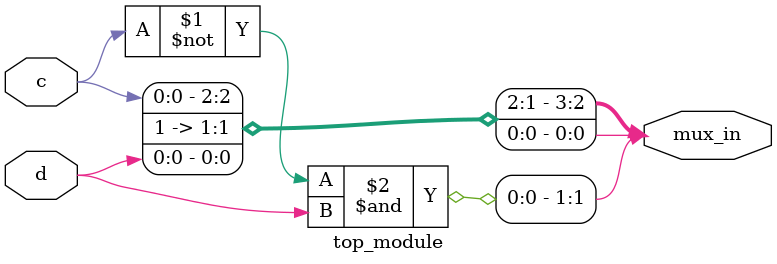
<source format=sv>
module top_module (
    input c,
    input d,
    output [3:0] mux_in
);

    // Assign values based on the provided Karnaugh map

    // ab = 00
    assign mux_in[0] = d;  // When ab = 00, mux_in[0] is connected to d (i.e. c=0, d=1 => 1; c=1, d=1 => 1; all other are 0)

    // ab = 01
    assign mux_in[1] = ~c & d;  // When ab = 01, mux_in[1] is connected to ~c & d (i.e. c=0, d=1 => 1; all other are 0)

    // ab = 11
    assign mux_in[3] = c;  // When ab = 11, mux_in[3] is connected to c (i.e. c=1, d=0 => 1; c=1, d=1 => 1; c=1, d=0 => 1)

    // ab = 10
    assign mux_in[2] = 1;  // When ab = 10, mux_in[2] is always 1

endmodule

</source>
